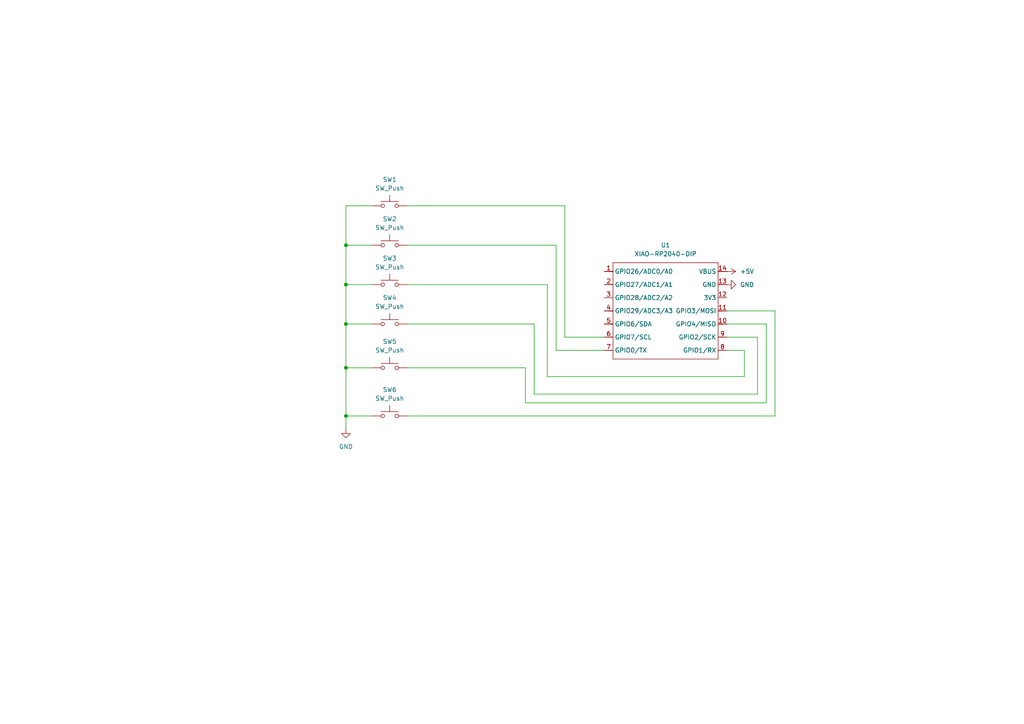
<source format=kicad_sch>
(kicad_sch
	(version 20250114)
	(generator "eeschema")
	(generator_version "9.0")
	(uuid "b206a826-bd65-4d69-800e-90856be2edac")
	(paper "A4")
	(lib_symbols
		(symbol "OPL Lib:XIAO-RP2040-DIP"
			(exclude_from_sim no)
			(in_bom yes)
			(on_board yes)
			(property "Reference" "U"
				(at 0 0 0)
				(effects
					(font
						(size 1.27 1.27)
					)
				)
			)
			(property "Value" "XIAO-RP2040-DIP"
				(at 5.334 -1.778 0)
				(effects
					(font
						(size 1.27 1.27)
					)
				)
			)
			(property "Footprint" "Module:MOUDLE14P-XIAO-DIP-SMD"
				(at 14.478 -32.258 0)
				(effects
					(font
						(size 1.27 1.27)
					)
					(hide yes)
				)
			)
			(property "Datasheet" ""
				(at 0 0 0)
				(effects
					(font
						(size 1.27 1.27)
					)
					(hide yes)
				)
			)
			(property "Description" ""
				(at 0 0 0)
				(effects
					(font
						(size 1.27 1.27)
					)
					(hide yes)
				)
			)
			(symbol "XIAO-RP2040-DIP_1_0"
				(polyline
					(pts
						(xy -1.27 -2.54) (xy 29.21 -2.54)
					)
					(stroke
						(width 0.1524)
						(type solid)
					)
					(fill
						(type none)
					)
				)
				(polyline
					(pts
						(xy -1.27 -5.08) (xy -2.54 -5.08)
					)
					(stroke
						(width 0.1524)
						(type solid)
					)
					(fill
						(type none)
					)
				)
				(polyline
					(pts
						(xy -1.27 -5.08) (xy -1.27 -2.54)
					)
					(stroke
						(width 0.1524)
						(type solid)
					)
					(fill
						(type none)
					)
				)
				(polyline
					(pts
						(xy -1.27 -8.89) (xy -2.54 -8.89)
					)
					(stroke
						(width 0.1524)
						(type solid)
					)
					(fill
						(type none)
					)
				)
				(polyline
					(pts
						(xy -1.27 -8.89) (xy -1.27 -5.08)
					)
					(stroke
						(width 0.1524)
						(type solid)
					)
					(fill
						(type none)
					)
				)
				(polyline
					(pts
						(xy -1.27 -12.7) (xy -2.54 -12.7)
					)
					(stroke
						(width 0.1524)
						(type solid)
					)
					(fill
						(type none)
					)
				)
				(polyline
					(pts
						(xy -1.27 -12.7) (xy -1.27 -8.89)
					)
					(stroke
						(width 0.1524)
						(type solid)
					)
					(fill
						(type none)
					)
				)
				(polyline
					(pts
						(xy -1.27 -16.51) (xy -2.54 -16.51)
					)
					(stroke
						(width 0.1524)
						(type solid)
					)
					(fill
						(type none)
					)
				)
				(polyline
					(pts
						(xy -1.27 -16.51) (xy -1.27 -12.7)
					)
					(stroke
						(width 0.1524)
						(type solid)
					)
					(fill
						(type none)
					)
				)
				(polyline
					(pts
						(xy -1.27 -20.32) (xy -2.54 -20.32)
					)
					(stroke
						(width 0.1524)
						(type solid)
					)
					(fill
						(type none)
					)
				)
				(polyline
					(pts
						(xy -1.27 -24.13) (xy -2.54 -24.13)
					)
					(stroke
						(width 0.1524)
						(type solid)
					)
					(fill
						(type none)
					)
				)
				(polyline
					(pts
						(xy -1.27 -27.94) (xy -2.54 -27.94)
					)
					(stroke
						(width 0.1524)
						(type solid)
					)
					(fill
						(type none)
					)
				)
				(polyline
					(pts
						(xy -1.27 -30.48) (xy -1.27 -16.51)
					)
					(stroke
						(width 0.1524)
						(type solid)
					)
					(fill
						(type none)
					)
				)
				(polyline
					(pts
						(xy 29.21 -2.54) (xy 29.21 -5.08)
					)
					(stroke
						(width 0.1524)
						(type solid)
					)
					(fill
						(type none)
					)
				)
				(polyline
					(pts
						(xy 29.21 -5.08) (xy 29.21 -8.89)
					)
					(stroke
						(width 0.1524)
						(type solid)
					)
					(fill
						(type none)
					)
				)
				(polyline
					(pts
						(xy 29.21 -8.89) (xy 29.21 -12.7)
					)
					(stroke
						(width 0.1524)
						(type solid)
					)
					(fill
						(type none)
					)
				)
				(polyline
					(pts
						(xy 29.21 -12.7) (xy 29.21 -30.48)
					)
					(stroke
						(width 0.1524)
						(type solid)
					)
					(fill
						(type none)
					)
				)
				(polyline
					(pts
						(xy 29.21 -30.48) (xy -1.27 -30.48)
					)
					(stroke
						(width 0.1524)
						(type solid)
					)
					(fill
						(type none)
					)
				)
				(polyline
					(pts
						(xy 30.48 -5.08) (xy 29.21 -5.08)
					)
					(stroke
						(width 0.1524)
						(type solid)
					)
					(fill
						(type none)
					)
				)
				(polyline
					(pts
						(xy 30.48 -8.89) (xy 29.21 -8.89)
					)
					(stroke
						(width 0.1524)
						(type solid)
					)
					(fill
						(type none)
					)
				)
				(polyline
					(pts
						(xy 30.48 -12.7) (xy 29.21 -12.7)
					)
					(stroke
						(width 0.1524)
						(type solid)
					)
					(fill
						(type none)
					)
				)
				(polyline
					(pts
						(xy 30.48 -16.51) (xy 29.21 -16.51)
					)
					(stroke
						(width 0.1524)
						(type solid)
					)
					(fill
						(type none)
					)
				)
				(polyline
					(pts
						(xy 30.48 -20.32) (xy 29.21 -20.32)
					)
					(stroke
						(width 0.1524)
						(type solid)
					)
					(fill
						(type none)
					)
				)
				(polyline
					(pts
						(xy 30.48 -24.13) (xy 29.21 -24.13)
					)
					(stroke
						(width 0.1524)
						(type solid)
					)
					(fill
						(type none)
					)
				)
				(polyline
					(pts
						(xy 30.48 -27.94) (xy 29.21 -27.94)
					)
					(stroke
						(width 0.1524)
						(type solid)
					)
					(fill
						(type none)
					)
				)
				(pin passive line
					(at -3.81 -5.08 0)
					(length 2.54)
					(name "GPIO26/ADC0/A0"
						(effects
							(font
								(size 1.27 1.27)
							)
						)
					)
					(number "1"
						(effects
							(font
								(size 1.27 1.27)
							)
						)
					)
				)
				(pin passive line
					(at -3.81 -8.89 0)
					(length 2.54)
					(name "GPIO27/ADC1/A1"
						(effects
							(font
								(size 1.27 1.27)
							)
						)
					)
					(number "2"
						(effects
							(font
								(size 1.27 1.27)
							)
						)
					)
				)
				(pin passive line
					(at -3.81 -12.7 0)
					(length 2.54)
					(name "GPIO28/ADC2/A2"
						(effects
							(font
								(size 1.27 1.27)
							)
						)
					)
					(number "3"
						(effects
							(font
								(size 1.27 1.27)
							)
						)
					)
				)
				(pin passive line
					(at -3.81 -16.51 0)
					(length 2.54)
					(name "GPIO29/ADC3/A3"
						(effects
							(font
								(size 1.27 1.27)
							)
						)
					)
					(number "4"
						(effects
							(font
								(size 1.27 1.27)
							)
						)
					)
				)
				(pin passive line
					(at -3.81 -20.32 0)
					(length 2.54)
					(name "GPIO6/SDA"
						(effects
							(font
								(size 1.27 1.27)
							)
						)
					)
					(number "5"
						(effects
							(font
								(size 1.27 1.27)
							)
						)
					)
				)
				(pin passive line
					(at -3.81 -24.13 0)
					(length 2.54)
					(name "GPIO7/SCL"
						(effects
							(font
								(size 1.27 1.27)
							)
						)
					)
					(number "6"
						(effects
							(font
								(size 1.27 1.27)
							)
						)
					)
				)
				(pin passive line
					(at -3.81 -27.94 0)
					(length 2.54)
					(name "GPIO0/TX"
						(effects
							(font
								(size 1.27 1.27)
							)
						)
					)
					(number "7"
						(effects
							(font
								(size 1.27 1.27)
							)
						)
					)
				)
				(pin passive line
					(at 31.75 -5.08 180)
					(length 2.54)
					(name "VBUS"
						(effects
							(font
								(size 1.27 1.27)
							)
						)
					)
					(number "14"
						(effects
							(font
								(size 1.27 1.27)
							)
						)
					)
				)
				(pin passive line
					(at 31.75 -8.89 180)
					(length 2.54)
					(name "GND"
						(effects
							(font
								(size 1.27 1.27)
							)
						)
					)
					(number "13"
						(effects
							(font
								(size 1.27 1.27)
							)
						)
					)
				)
				(pin passive line
					(at 31.75 -12.7 180)
					(length 2.54)
					(name "3V3"
						(effects
							(font
								(size 1.27 1.27)
							)
						)
					)
					(number "12"
						(effects
							(font
								(size 1.27 1.27)
							)
						)
					)
				)
				(pin passive line
					(at 31.75 -16.51 180)
					(length 2.54)
					(name "GPIO3/MOSI"
						(effects
							(font
								(size 1.27 1.27)
							)
						)
					)
					(number "11"
						(effects
							(font
								(size 1.27 1.27)
							)
						)
					)
				)
				(pin passive line
					(at 31.75 -20.32 180)
					(length 2.54)
					(name "GPIO4/MISO"
						(effects
							(font
								(size 1.27 1.27)
							)
						)
					)
					(number "10"
						(effects
							(font
								(size 1.27 1.27)
							)
						)
					)
				)
				(pin passive line
					(at 31.75 -24.13 180)
					(length 2.54)
					(name "GPIO2/SCK"
						(effects
							(font
								(size 1.27 1.27)
							)
						)
					)
					(number "9"
						(effects
							(font
								(size 1.27 1.27)
							)
						)
					)
				)
				(pin passive line
					(at 31.75 -27.94 180)
					(length 2.54)
					(name "GPIO1/RX"
						(effects
							(font
								(size 1.27 1.27)
							)
						)
					)
					(number "8"
						(effects
							(font
								(size 1.27 1.27)
							)
						)
					)
				)
			)
			(embedded_fonts no)
		)
		(symbol "Switch:SW_Push"
			(pin_numbers
				(hide yes)
			)
			(pin_names
				(offset 1.016)
				(hide yes)
			)
			(exclude_from_sim no)
			(in_bom yes)
			(on_board yes)
			(property "Reference" "SW"
				(at 1.27 2.54 0)
				(effects
					(font
						(size 1.27 1.27)
					)
					(justify left)
				)
			)
			(property "Value" "SW_Push"
				(at 0 -1.524 0)
				(effects
					(font
						(size 1.27 1.27)
					)
				)
			)
			(property "Footprint" ""
				(at 0 5.08 0)
				(effects
					(font
						(size 1.27 1.27)
					)
					(hide yes)
				)
			)
			(property "Datasheet" "~"
				(at 0 5.08 0)
				(effects
					(font
						(size 1.27 1.27)
					)
					(hide yes)
				)
			)
			(property "Description" "Push button switch, generic, two pins"
				(at 0 0 0)
				(effects
					(font
						(size 1.27 1.27)
					)
					(hide yes)
				)
			)
			(property "ki_keywords" "switch normally-open pushbutton push-button"
				(at 0 0 0)
				(effects
					(font
						(size 1.27 1.27)
					)
					(hide yes)
				)
			)
			(symbol "SW_Push_0_1"
				(circle
					(center -2.032 0)
					(radius 0.508)
					(stroke
						(width 0)
						(type default)
					)
					(fill
						(type none)
					)
				)
				(polyline
					(pts
						(xy 0 1.27) (xy 0 3.048)
					)
					(stroke
						(width 0)
						(type default)
					)
					(fill
						(type none)
					)
				)
				(circle
					(center 2.032 0)
					(radius 0.508)
					(stroke
						(width 0)
						(type default)
					)
					(fill
						(type none)
					)
				)
				(polyline
					(pts
						(xy 2.54 1.27) (xy -2.54 1.27)
					)
					(stroke
						(width 0)
						(type default)
					)
					(fill
						(type none)
					)
				)
				(pin passive line
					(at -5.08 0 0)
					(length 2.54)
					(name "1"
						(effects
							(font
								(size 1.27 1.27)
							)
						)
					)
					(number "1"
						(effects
							(font
								(size 1.27 1.27)
							)
						)
					)
				)
				(pin passive line
					(at 5.08 0 180)
					(length 2.54)
					(name "2"
						(effects
							(font
								(size 1.27 1.27)
							)
						)
					)
					(number "2"
						(effects
							(font
								(size 1.27 1.27)
							)
						)
					)
				)
			)
			(embedded_fonts no)
		)
		(symbol "power:+5V"
			(power)
			(pin_numbers
				(hide yes)
			)
			(pin_names
				(offset 0)
				(hide yes)
			)
			(exclude_from_sim no)
			(in_bom yes)
			(on_board yes)
			(property "Reference" "#PWR"
				(at 0 -3.81 0)
				(effects
					(font
						(size 1.27 1.27)
					)
					(hide yes)
				)
			)
			(property "Value" "+5V"
				(at 0 3.556 0)
				(effects
					(font
						(size 1.27 1.27)
					)
				)
			)
			(property "Footprint" ""
				(at 0 0 0)
				(effects
					(font
						(size 1.27 1.27)
					)
					(hide yes)
				)
			)
			(property "Datasheet" ""
				(at 0 0 0)
				(effects
					(font
						(size 1.27 1.27)
					)
					(hide yes)
				)
			)
			(property "Description" "Power symbol creates a global label with name \"+5V\""
				(at 0 0 0)
				(effects
					(font
						(size 1.27 1.27)
					)
					(hide yes)
				)
			)
			(property "ki_keywords" "global power"
				(at 0 0 0)
				(effects
					(font
						(size 1.27 1.27)
					)
					(hide yes)
				)
			)
			(symbol "+5V_0_1"
				(polyline
					(pts
						(xy -0.762 1.27) (xy 0 2.54)
					)
					(stroke
						(width 0)
						(type default)
					)
					(fill
						(type none)
					)
				)
				(polyline
					(pts
						(xy 0 2.54) (xy 0.762 1.27)
					)
					(stroke
						(width 0)
						(type default)
					)
					(fill
						(type none)
					)
				)
				(polyline
					(pts
						(xy 0 0) (xy 0 2.54)
					)
					(stroke
						(width 0)
						(type default)
					)
					(fill
						(type none)
					)
				)
			)
			(symbol "+5V_1_1"
				(pin power_in line
					(at 0 0 90)
					(length 0)
					(name "~"
						(effects
							(font
								(size 1.27 1.27)
							)
						)
					)
					(number "1"
						(effects
							(font
								(size 1.27 1.27)
							)
						)
					)
				)
			)
			(embedded_fonts no)
		)
		(symbol "power:GND"
			(power)
			(pin_numbers
				(hide yes)
			)
			(pin_names
				(offset 0)
				(hide yes)
			)
			(exclude_from_sim no)
			(in_bom yes)
			(on_board yes)
			(property "Reference" "#PWR"
				(at 0 -6.35 0)
				(effects
					(font
						(size 1.27 1.27)
					)
					(hide yes)
				)
			)
			(property "Value" "GND"
				(at 0 -3.81 0)
				(effects
					(font
						(size 1.27 1.27)
					)
				)
			)
			(property "Footprint" ""
				(at 0 0 0)
				(effects
					(font
						(size 1.27 1.27)
					)
					(hide yes)
				)
			)
			(property "Datasheet" ""
				(at 0 0 0)
				(effects
					(font
						(size 1.27 1.27)
					)
					(hide yes)
				)
			)
			(property "Description" "Power symbol creates a global label with name \"GND\" , ground"
				(at 0 0 0)
				(effects
					(font
						(size 1.27 1.27)
					)
					(hide yes)
				)
			)
			(property "ki_keywords" "global power"
				(at 0 0 0)
				(effects
					(font
						(size 1.27 1.27)
					)
					(hide yes)
				)
			)
			(symbol "GND_0_1"
				(polyline
					(pts
						(xy 0 0) (xy 0 -1.27) (xy 1.27 -1.27) (xy 0 -2.54) (xy -1.27 -1.27) (xy 0 -1.27)
					)
					(stroke
						(width 0)
						(type default)
					)
					(fill
						(type none)
					)
				)
			)
			(symbol "GND_1_1"
				(pin power_in line
					(at 0 0 270)
					(length 0)
					(name "~"
						(effects
							(font
								(size 1.27 1.27)
							)
						)
					)
					(number "1"
						(effects
							(font
								(size 1.27 1.27)
							)
						)
					)
				)
			)
			(embedded_fonts no)
		)
	)
	(junction
		(at 100.33 71.12)
		(diameter 0)
		(color 0 0 0 0)
		(uuid "26ae6229-5dc7-4295-970c-f2a4de4323d2")
	)
	(junction
		(at 100.33 93.98)
		(diameter 0)
		(color 0 0 0 0)
		(uuid "278bb9db-26d4-4162-a680-28566bd07d63")
	)
	(junction
		(at 100.33 106.68)
		(diameter 0)
		(color 0 0 0 0)
		(uuid "a9702b9f-a6fe-4cdc-b8de-09fef0901c3d")
	)
	(junction
		(at 100.33 82.55)
		(diameter 0)
		(color 0 0 0 0)
		(uuid "dc967265-d53c-445d-867a-f7d285081c23")
	)
	(junction
		(at 100.33 120.65)
		(diameter 0)
		(color 0 0 0 0)
		(uuid "edae3dd4-dcb6-477c-82f9-01453ae705d6")
	)
	(wire
		(pts
			(xy 100.33 59.69) (xy 100.33 71.12)
		)
		(stroke
			(width 0)
			(type default)
		)
		(uuid "0335951d-80e7-417a-bda7-9d43d0e8e01e")
	)
	(wire
		(pts
			(xy 158.75 109.22) (xy 215.9 109.22)
		)
		(stroke
			(width 0)
			(type default)
		)
		(uuid "0368be17-07da-4d6e-ac89-b449299b4915")
	)
	(wire
		(pts
			(xy 222.25 116.84) (xy 222.25 93.98)
		)
		(stroke
			(width 0)
			(type default)
		)
		(uuid "06adf4d5-fe89-426e-9def-7aa29297d596")
	)
	(wire
		(pts
			(xy 100.33 71.12) (xy 100.33 82.55)
		)
		(stroke
			(width 0)
			(type default)
		)
		(uuid "0cb6b651-6257-4f9a-a69c-c3162b301d36")
	)
	(wire
		(pts
			(xy 100.33 71.12) (xy 107.95 71.12)
		)
		(stroke
			(width 0)
			(type default)
		)
		(uuid "1452a1fb-89d1-483a-8ffe-73ba1789d1fd")
	)
	(wire
		(pts
			(xy 118.11 59.69) (xy 163.83 59.69)
		)
		(stroke
			(width 0)
			(type default)
		)
		(uuid "20609a9b-e2ef-4525-9a1d-8b5bb58cb1d8")
	)
	(wire
		(pts
			(xy 100.33 93.98) (xy 100.33 106.68)
		)
		(stroke
			(width 0)
			(type default)
		)
		(uuid "24e9ae2a-64e3-4d1e-aeee-4d9e7250f93d")
	)
	(wire
		(pts
			(xy 219.71 97.79) (xy 210.82 97.79)
		)
		(stroke
			(width 0)
			(type default)
		)
		(uuid "2bdf5b89-4a88-47bd-ba0d-7552680f922a")
	)
	(wire
		(pts
			(xy 100.33 120.65) (xy 100.33 124.46)
		)
		(stroke
			(width 0)
			(type default)
		)
		(uuid "3162350a-55e9-42a9-993c-0f36420a4005")
	)
	(wire
		(pts
			(xy 100.33 82.55) (xy 100.33 93.98)
		)
		(stroke
			(width 0)
			(type default)
		)
		(uuid "34e37938-c445-479a-9497-98aaecd09ab0")
	)
	(wire
		(pts
			(xy 224.79 90.17) (xy 210.82 90.17)
		)
		(stroke
			(width 0)
			(type default)
		)
		(uuid "3b1dbfbe-920e-4700-84b0-e8ac6f167cc5")
	)
	(wire
		(pts
			(xy 118.11 82.55) (xy 158.75 82.55)
		)
		(stroke
			(width 0)
			(type default)
		)
		(uuid "4519a1f3-3a36-4ba7-aa4b-3cc6e43e3826")
	)
	(wire
		(pts
			(xy 215.9 109.22) (xy 215.9 101.6)
		)
		(stroke
			(width 0)
			(type default)
		)
		(uuid "46b91c3a-26e6-4416-b0af-230e3db783ed")
	)
	(wire
		(pts
			(xy 163.83 97.79) (xy 175.26 97.79)
		)
		(stroke
			(width 0)
			(type default)
		)
		(uuid "485b9b93-ed60-42f8-a9e3-da2b33bba79f")
	)
	(wire
		(pts
			(xy 154.94 93.98) (xy 154.94 114.3)
		)
		(stroke
			(width 0)
			(type default)
		)
		(uuid "4ceed8bf-a1b6-4eb2-80c6-f6c176a0558c")
	)
	(wire
		(pts
			(xy 118.11 106.68) (xy 152.4 106.68)
		)
		(stroke
			(width 0)
			(type default)
		)
		(uuid "557ea9ba-a865-44c9-be5c-28fe5ff6b993")
	)
	(wire
		(pts
			(xy 161.29 101.6) (xy 175.26 101.6)
		)
		(stroke
			(width 0)
			(type default)
		)
		(uuid "6229d0e7-553d-498c-b1ae-6783724b29c8")
	)
	(wire
		(pts
			(xy 100.33 106.68) (xy 100.33 120.65)
		)
		(stroke
			(width 0)
			(type default)
		)
		(uuid "6303ddb1-7568-48c1-bd88-b6295340fcdc")
	)
	(wire
		(pts
			(xy 100.33 82.55) (xy 107.95 82.55)
		)
		(stroke
			(width 0)
			(type default)
		)
		(uuid "646d340f-4dde-4968-846a-5a487b617e14")
	)
	(wire
		(pts
			(xy 154.94 114.3) (xy 219.71 114.3)
		)
		(stroke
			(width 0)
			(type default)
		)
		(uuid "6862f526-78e1-4454-bc9a-31318be55c93")
	)
	(wire
		(pts
			(xy 215.9 101.6) (xy 210.82 101.6)
		)
		(stroke
			(width 0)
			(type default)
		)
		(uuid "6cc1a1d1-f0d5-49e8-96ac-4d542cb93dca")
	)
	(wire
		(pts
			(xy 152.4 116.84) (xy 222.25 116.84)
		)
		(stroke
			(width 0)
			(type default)
		)
		(uuid "6cd3c578-8316-4ca4-9d85-37e797ff0236")
	)
	(wire
		(pts
			(xy 118.11 120.65) (xy 224.79 120.65)
		)
		(stroke
			(width 0)
			(type default)
		)
		(uuid "6eea3800-5941-4dfa-a971-adef86563c0a")
	)
	(wire
		(pts
			(xy 158.75 82.55) (xy 158.75 109.22)
		)
		(stroke
			(width 0)
			(type default)
		)
		(uuid "707c8d8b-1677-4da5-9586-219058705311")
	)
	(wire
		(pts
			(xy 100.33 93.98) (xy 107.95 93.98)
		)
		(stroke
			(width 0)
			(type default)
		)
		(uuid "8af21339-3a69-4219-831c-c40b84e8bc98")
	)
	(wire
		(pts
			(xy 163.83 59.69) (xy 163.83 97.79)
		)
		(stroke
			(width 0)
			(type default)
		)
		(uuid "9ba9e428-3bcd-43f7-850b-34ae19236b6c")
	)
	(wire
		(pts
			(xy 224.79 120.65) (xy 224.79 90.17)
		)
		(stroke
			(width 0)
			(type default)
		)
		(uuid "a926e47d-d9a0-4525-92b3-22c25aea02c6")
	)
	(wire
		(pts
			(xy 118.11 71.12) (xy 161.29 71.12)
		)
		(stroke
			(width 0)
			(type default)
		)
		(uuid "b0154608-baad-4309-b66b-5ecfa353a693")
	)
	(wire
		(pts
			(xy 222.25 93.98) (xy 210.82 93.98)
		)
		(stroke
			(width 0)
			(type default)
		)
		(uuid "bc24f710-7a8e-4c28-9c93-13c238452ec2")
	)
	(wire
		(pts
			(xy 161.29 71.12) (xy 161.29 101.6)
		)
		(stroke
			(width 0)
			(type default)
		)
		(uuid "cc104d11-065d-427d-a210-1633ca644b40")
	)
	(wire
		(pts
			(xy 107.95 59.69) (xy 100.33 59.69)
		)
		(stroke
			(width 0)
			(type default)
		)
		(uuid "cebfd7c0-5f57-40ff-b1f4-dd5ee2516bf2")
	)
	(wire
		(pts
			(xy 152.4 106.68) (xy 152.4 116.84)
		)
		(stroke
			(width 0)
			(type default)
		)
		(uuid "d44ef256-e47b-43af-be37-d6aa853ec0f1")
	)
	(wire
		(pts
			(xy 100.33 106.68) (xy 107.95 106.68)
		)
		(stroke
			(width 0)
			(type default)
		)
		(uuid "ddb5ad66-80c7-4934-829d-643f186b5936")
	)
	(wire
		(pts
			(xy 118.11 93.98) (xy 154.94 93.98)
		)
		(stroke
			(width 0)
			(type default)
		)
		(uuid "e34feffd-2486-498b-b5d1-adcc087057e6")
	)
	(wire
		(pts
			(xy 100.33 120.65) (xy 107.95 120.65)
		)
		(stroke
			(width 0)
			(type default)
		)
		(uuid "ee101ba2-952e-4438-9b03-7c697763f5bb")
	)
	(wire
		(pts
			(xy 219.71 114.3) (xy 219.71 97.79)
		)
		(stroke
			(width 0)
			(type default)
		)
		(uuid "f8f07b34-6998-4bbb-9cd9-742a24196612")
	)
	(symbol
		(lib_id "Switch:SW_Push")
		(at 113.03 71.12 0)
		(unit 1)
		(exclude_from_sim no)
		(in_bom yes)
		(on_board yes)
		(dnp no)
		(fields_autoplaced yes)
		(uuid "21839479-4049-46b8-934a-888d3fd2012e")
		(property "Reference" "SW2"
			(at 113.03 63.5 0)
			(effects
				(font
					(size 1.27 1.27)
				)
			)
		)
		(property "Value" "SW_Push"
			(at 113.03 66.04 0)
			(effects
				(font
					(size 1.27 1.27)
				)
			)
		)
		(property "Footprint" "Button_Switch_Keyboard:SW_Cherry_MX_1.00u_PCB"
			(at 113.03 66.04 0)
			(effects
				(font
					(size 1.27 1.27)
				)
				(hide yes)
			)
		)
		(property "Datasheet" "~"
			(at 113.03 66.04 0)
			(effects
				(font
					(size 1.27 1.27)
				)
				(hide yes)
			)
		)
		(property "Description" "Push button switch, generic, two pins"
			(at 113.03 71.12 0)
			(effects
				(font
					(size 1.27 1.27)
				)
				(hide yes)
			)
		)
		(pin "2"
			(uuid "ebd6a20d-e4e9-4413-a31f-6976c4a81906")
		)
		(pin "1"
			(uuid "91d95375-4b2c-43b3-ba67-9d54578b0308")
		)
		(instances
			(project ""
				(path "/b206a826-bd65-4d69-800e-90856be2edac"
					(reference "SW2")
					(unit 1)
				)
			)
		)
	)
	(symbol
		(lib_id "power:GND")
		(at 100.33 124.46 0)
		(unit 1)
		(exclude_from_sim no)
		(in_bom yes)
		(on_board yes)
		(dnp no)
		(fields_autoplaced yes)
		(uuid "2d79a13c-e385-46c8-9aaf-c3010d43e6a8")
		(property "Reference" "#PWR02"
			(at 100.33 130.81 0)
			(effects
				(font
					(size 1.27 1.27)
				)
				(hide yes)
			)
		)
		(property "Value" "GND"
			(at 100.33 129.54 0)
			(effects
				(font
					(size 1.27 1.27)
				)
			)
		)
		(property "Footprint" ""
			(at 100.33 124.46 0)
			(effects
				(font
					(size 1.27 1.27)
				)
				(hide yes)
			)
		)
		(property "Datasheet" ""
			(at 100.33 124.46 0)
			(effects
				(font
					(size 1.27 1.27)
				)
				(hide yes)
			)
		)
		(property "Description" "Power symbol creates a global label with name \"GND\" , ground"
			(at 100.33 124.46 0)
			(effects
				(font
					(size 1.27 1.27)
				)
				(hide yes)
			)
		)
		(pin "1"
			(uuid "f69661bd-005d-4dd2-bb2c-783ced1ffcd5")
		)
		(instances
			(project ""
				(path "/b206a826-bd65-4d69-800e-90856be2edac"
					(reference "#PWR02")
					(unit 1)
				)
			)
		)
	)
	(symbol
		(lib_id "Switch:SW_Push")
		(at 113.03 93.98 0)
		(unit 1)
		(exclude_from_sim no)
		(in_bom yes)
		(on_board yes)
		(dnp no)
		(fields_autoplaced yes)
		(uuid "2deeaaef-19ce-433a-9ef1-0e82bf76f2da")
		(property "Reference" "SW4"
			(at 113.03 86.36 0)
			(effects
				(font
					(size 1.27 1.27)
				)
			)
		)
		(property "Value" "SW_Push"
			(at 113.03 88.9 0)
			(effects
				(font
					(size 1.27 1.27)
				)
			)
		)
		(property "Footprint" "Button_Switch_Keyboard:SW_Cherry_MX_1.00u_PCB"
			(at 113.03 88.9 0)
			(effects
				(font
					(size 1.27 1.27)
				)
				(hide yes)
			)
		)
		(property "Datasheet" "~"
			(at 113.03 88.9 0)
			(effects
				(font
					(size 1.27 1.27)
				)
				(hide yes)
			)
		)
		(property "Description" "Push button switch, generic, two pins"
			(at 113.03 93.98 0)
			(effects
				(font
					(size 1.27 1.27)
				)
				(hide yes)
			)
		)
		(pin "2"
			(uuid "7d6da387-c4ef-4940-af26-96d1e094ddd5")
		)
		(pin "1"
			(uuid "a507ef26-cb1f-4a6e-b2c6-19747fd7535a")
		)
		(instances
			(project ""
				(path "/b206a826-bd65-4d69-800e-90856be2edac"
					(reference "SW4")
					(unit 1)
				)
			)
		)
	)
	(symbol
		(lib_id "Switch:SW_Push")
		(at 113.03 106.68 0)
		(unit 1)
		(exclude_from_sim no)
		(in_bom yes)
		(on_board yes)
		(dnp no)
		(fields_autoplaced yes)
		(uuid "705f50f3-3c37-424c-99dc-a091c52764da")
		(property "Reference" "SW5"
			(at 113.03 99.06 0)
			(effects
				(font
					(size 1.27 1.27)
				)
			)
		)
		(property "Value" "SW_Push"
			(at 113.03 101.6 0)
			(effects
				(font
					(size 1.27 1.27)
				)
			)
		)
		(property "Footprint" "Button_Switch_Keyboard:SW_Cherry_MX_1.00u_PCB"
			(at 113.03 101.6 0)
			(effects
				(font
					(size 1.27 1.27)
				)
				(hide yes)
			)
		)
		(property "Datasheet" "~"
			(at 113.03 101.6 0)
			(effects
				(font
					(size 1.27 1.27)
				)
				(hide yes)
			)
		)
		(property "Description" "Push button switch, generic, two pins"
			(at 113.03 106.68 0)
			(effects
				(font
					(size 1.27 1.27)
				)
				(hide yes)
			)
		)
		(pin "2"
			(uuid "7101fc5f-757d-4f2e-a7a9-c8f906ba3f24")
		)
		(pin "1"
			(uuid "da72b96c-962c-4ae1-bdfc-8142a127f9b7")
		)
		(instances
			(project ""
				(path "/b206a826-bd65-4d69-800e-90856be2edac"
					(reference "SW5")
					(unit 1)
				)
			)
		)
	)
	(symbol
		(lib_id "Switch:SW_Push")
		(at 113.03 59.69 0)
		(unit 1)
		(exclude_from_sim no)
		(in_bom yes)
		(on_board yes)
		(dnp no)
		(fields_autoplaced yes)
		(uuid "750f5cd5-62dc-4218-9b4c-0ee3853697b3")
		(property "Reference" "SW1"
			(at 113.03 52.07 0)
			(effects
				(font
					(size 1.27 1.27)
				)
			)
		)
		(property "Value" "SW_Push"
			(at 113.03 54.61 0)
			(effects
				(font
					(size 1.27 1.27)
				)
			)
		)
		(property "Footprint" "Button_Switch_Keyboard:SW_Cherry_MX_1.00u_PCB"
			(at 113.03 54.61 0)
			(effects
				(font
					(size 1.27 1.27)
				)
				(hide yes)
			)
		)
		(property "Datasheet" "~"
			(at 113.03 54.61 0)
			(effects
				(font
					(size 1.27 1.27)
				)
				(hide yes)
			)
		)
		(property "Description" "Push button switch, generic, two pins"
			(at 113.03 59.69 0)
			(effects
				(font
					(size 1.27 1.27)
				)
				(hide yes)
			)
		)
		(pin "1"
			(uuid "c15d40fc-5896-47e3-9e5e-185865a38343")
		)
		(pin "2"
			(uuid "deb9f3ad-a4c1-43ae-9dd7-980f692601f2")
		)
		(instances
			(project ""
				(path "/b206a826-bd65-4d69-800e-90856be2edac"
					(reference "SW1")
					(unit 1)
				)
			)
		)
	)
	(symbol
		(lib_id "power:+5V")
		(at 210.82 78.74 270)
		(unit 1)
		(exclude_from_sim no)
		(in_bom yes)
		(on_board yes)
		(dnp no)
		(fields_autoplaced yes)
		(uuid "bb2b0d2e-fab9-4a47-ad24-4b5ffb33d67a")
		(property "Reference" "#PWR01"
			(at 207.01 78.74 0)
			(effects
				(font
					(size 1.27 1.27)
				)
				(hide yes)
			)
		)
		(property "Value" "+5V"
			(at 214.63 78.7399 90)
			(effects
				(font
					(size 1.27 1.27)
				)
				(justify left)
			)
		)
		(property "Footprint" ""
			(at 210.82 78.74 0)
			(effects
				(font
					(size 1.27 1.27)
				)
				(hide yes)
			)
		)
		(property "Datasheet" ""
			(at 210.82 78.74 0)
			(effects
				(font
					(size 1.27 1.27)
				)
				(hide yes)
			)
		)
		(property "Description" "Power symbol creates a global label with name \"+5V\""
			(at 210.82 78.74 0)
			(effects
				(font
					(size 1.27 1.27)
				)
				(hide yes)
			)
		)
		(pin "1"
			(uuid "e0b5e2b2-bf34-4ecf-af3b-b8e44a0d2704")
		)
		(instances
			(project ""
				(path "/b206a826-bd65-4d69-800e-90856be2edac"
					(reference "#PWR01")
					(unit 1)
				)
			)
		)
	)
	(symbol
		(lib_id "Switch:SW_Push")
		(at 113.03 82.55 0)
		(unit 1)
		(exclude_from_sim no)
		(in_bom yes)
		(on_board yes)
		(dnp no)
		(fields_autoplaced yes)
		(uuid "bd2318be-8c39-404d-a43f-f857c3d5150e")
		(property "Reference" "SW3"
			(at 113.03 74.93 0)
			(effects
				(font
					(size 1.27 1.27)
				)
			)
		)
		(property "Value" "SW_Push"
			(at 113.03 77.47 0)
			(effects
				(font
					(size 1.27 1.27)
				)
			)
		)
		(property "Footprint" "Button_Switch_Keyboard:SW_Cherry_MX_1.00u_PCB"
			(at 113.03 77.47 0)
			(effects
				(font
					(size 1.27 1.27)
				)
				(hide yes)
			)
		)
		(property "Datasheet" "~"
			(at 113.03 77.47 0)
			(effects
				(font
					(size 1.27 1.27)
				)
				(hide yes)
			)
		)
		(property "Description" "Push button switch, generic, two pins"
			(at 113.03 82.55 0)
			(effects
				(font
					(size 1.27 1.27)
				)
				(hide yes)
			)
		)
		(pin "2"
			(uuid "e7617baf-de4c-4f30-8ace-9c0ce6a88a48")
		)
		(pin "1"
			(uuid "19126c7f-84ba-4598-a0ec-e50e8c2d56b9")
		)
		(instances
			(project ""
				(path "/b206a826-bd65-4d69-800e-90856be2edac"
					(reference "SW3")
					(unit 1)
				)
			)
		)
	)
	(symbol
		(lib_id "power:GND")
		(at 210.82 82.55 90)
		(unit 1)
		(exclude_from_sim no)
		(in_bom yes)
		(on_board yes)
		(dnp no)
		(fields_autoplaced yes)
		(uuid "cdc72028-4807-4a34-888e-865d4d738e14")
		(property "Reference" "#PWR03"
			(at 217.17 82.55 0)
			(effects
				(font
					(size 1.27 1.27)
				)
				(hide yes)
			)
		)
		(property "Value" "GND"
			(at 214.63 82.5499 90)
			(effects
				(font
					(size 1.27 1.27)
				)
				(justify right)
			)
		)
		(property "Footprint" ""
			(at 210.82 82.55 0)
			(effects
				(font
					(size 1.27 1.27)
				)
				(hide yes)
			)
		)
		(property "Datasheet" ""
			(at 210.82 82.55 0)
			(effects
				(font
					(size 1.27 1.27)
				)
				(hide yes)
			)
		)
		(property "Description" "Power symbol creates a global label with name \"GND\" , ground"
			(at 210.82 82.55 0)
			(effects
				(font
					(size 1.27 1.27)
				)
				(hide yes)
			)
		)
		(pin "1"
			(uuid "164ef55a-6e35-449d-9a0d-f3a00e1ff2ae")
		)
		(instances
			(project ""
				(path "/b206a826-bd65-4d69-800e-90856be2edac"
					(reference "#PWR03")
					(unit 1)
				)
			)
		)
	)
	(symbol
		(lib_id "Switch:SW_Push")
		(at 113.03 120.65 0)
		(unit 1)
		(exclude_from_sim no)
		(in_bom yes)
		(on_board yes)
		(dnp no)
		(fields_autoplaced yes)
		(uuid "ce3b2668-a2e7-4b50-88ab-008e503c3bb1")
		(property "Reference" "SW6"
			(at 113.03 113.03 0)
			(effects
				(font
					(size 1.27 1.27)
				)
			)
		)
		(property "Value" "SW_Push"
			(at 113.03 115.57 0)
			(effects
				(font
					(size 1.27 1.27)
				)
			)
		)
		(property "Footprint" "Button_Switch_Keyboard:SW_Cherry_MX_1.00u_PCB"
			(at 113.03 115.57 0)
			(effects
				(font
					(size 1.27 1.27)
				)
				(hide yes)
			)
		)
		(property "Datasheet" "~"
			(at 113.03 115.57 0)
			(effects
				(font
					(size 1.27 1.27)
				)
				(hide yes)
			)
		)
		(property "Description" "Push button switch, generic, two pins"
			(at 113.03 120.65 0)
			(effects
				(font
					(size 1.27 1.27)
				)
				(hide yes)
			)
		)
		(pin "2"
			(uuid "4764bf91-1eaf-47c8-8ddd-d4e0ff2bb3c7")
		)
		(pin "1"
			(uuid "1df9d21b-ef54-4dbe-8de4-9dd921f60155")
		)
		(instances
			(project ""
				(path "/b206a826-bd65-4d69-800e-90856be2edac"
					(reference "SW6")
					(unit 1)
				)
			)
		)
	)
	(symbol
		(lib_id "OPL Lib:XIAO-RP2040-DIP")
		(at 179.07 73.66 0)
		(unit 1)
		(exclude_from_sim no)
		(in_bom yes)
		(on_board yes)
		(dnp no)
		(fields_autoplaced yes)
		(uuid "ee7ffd1a-fb2e-4364-ba21-6285f4b54834")
		(property "Reference" "U1"
			(at 193.04 71.12 0)
			(effects
				(font
					(size 1.27 1.27)
				)
			)
		)
		(property "Value" "XIAO-RP2040-DIP"
			(at 193.04 73.66 0)
			(effects
				(font
					(size 1.27 1.27)
				)
			)
		)
		(property "Footprint" "XIAO:XIAO-RP2040-DIP"
			(at 193.548 105.918 0)
			(effects
				(font
					(size 1.27 1.27)
				)
				(hide yes)
			)
		)
		(property "Datasheet" ""
			(at 179.07 73.66 0)
			(effects
				(font
					(size 1.27 1.27)
				)
				(hide yes)
			)
		)
		(property "Description" ""
			(at 179.07 73.66 0)
			(effects
				(font
					(size 1.27 1.27)
				)
				(hide yes)
			)
		)
		(pin "6"
			(uuid "9d47d00a-6284-41b0-ba79-1c224995bda4")
		)
		(pin "8"
			(uuid "166fcaed-7e11-46c8-b4fa-aafd007dbd29")
		)
		(pin "14"
			(uuid "9f90a3ca-cb6d-4acd-ab4e-02da12b00cbe")
		)
		(pin "12"
			(uuid "b1f51119-37f8-4e60-bb3a-70a57d4e6baa")
		)
		(pin "13"
			(uuid "207afe68-ae78-4f10-87a4-4a2730b7088c")
		)
		(pin "4"
			(uuid "4d9c2e89-f8a1-4034-a3eb-6b6cf72499f9")
		)
		(pin "2"
			(uuid "8f51da8e-dff3-4aac-bce4-c1d8b4183132")
		)
		(pin "5"
			(uuid "a74633d4-5b30-431a-8848-f80c77d4a74a")
		)
		(pin "7"
			(uuid "83f0dbe3-d0a1-4280-820c-e98870c4b3f3")
		)
		(pin "11"
			(uuid "39f452da-cb10-4ac2-8a45-a57f333d09e5")
		)
		(pin "9"
			(uuid "26d75e35-bc62-4380-9ee9-a5d1acc77e02")
		)
		(pin "10"
			(uuid "0243d6fd-c629-48cc-a0e9-7ab27f670f2a")
		)
		(pin "1"
			(uuid "de528bc4-0b11-4ac3-be4b-f5ced945ece0")
		)
		(pin "3"
			(uuid "7731a919-86c3-4d1c-b648-113e8d46acdb")
		)
		(instances
			(project ""
				(path "/b206a826-bd65-4d69-800e-90856be2edac"
					(reference "U1")
					(unit 1)
				)
			)
		)
	)
	(sheet_instances
		(path "/"
			(page "1")
		)
	)
	(embedded_fonts no)
)

</source>
